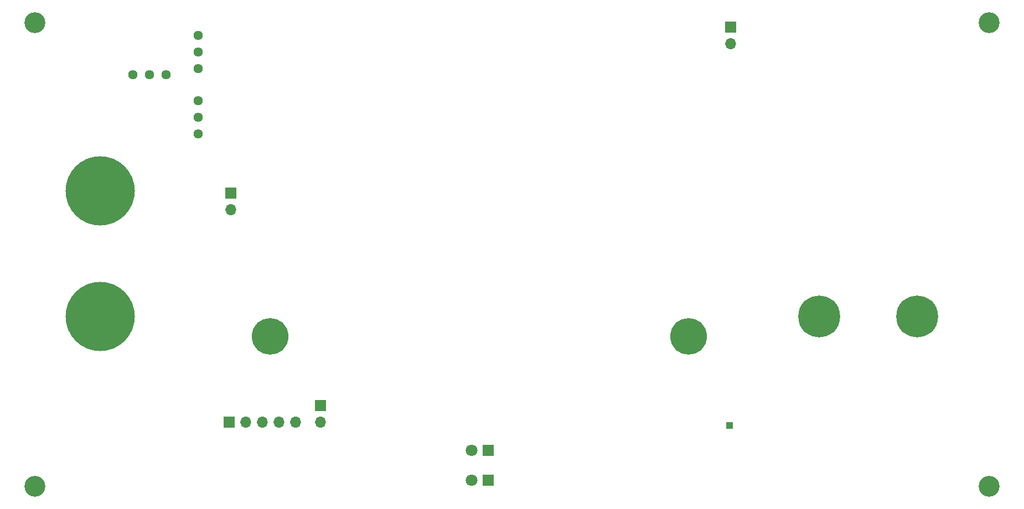
<source format=gts>
G04 #@! TF.GenerationSoftware,KiCad,Pcbnew,(5.1.10-1-10_14)*
G04 #@! TF.CreationDate,2021-10-15T12:17:32-04:00*
G04 #@! TF.ProjectId,Multimeter,4d756c74-696d-4657-9465-722e6b696361,rev?*
G04 #@! TF.SameCoordinates,Original*
G04 #@! TF.FileFunction,Soldermask,Top*
G04 #@! TF.FilePolarity,Negative*
%FSLAX46Y46*%
G04 Gerber Fmt 4.6, Leading zero omitted, Abs format (unit mm)*
G04 Created by KiCad (PCBNEW (5.1.10-1-10_14)) date 2021-10-15 12:17:32*
%MOMM*%
%LPD*%
G01*
G04 APERTURE LIST*
%ADD10C,6.400000*%
%ADD11C,3.200000*%
%ADD12O,1.700000X1.700000*%
%ADD13R,1.700000X1.700000*%
%ADD14C,5.600000*%
%ADD15C,1.800000*%
%ADD16R,1.800000X1.800000*%
%ADD17R,1.000000X1.000000*%
%ADD18C,0.900000*%
%ADD19C,10.600000*%
%ADD20C,1.440000*%
G04 APERTURE END LIST*
D10*
X222000000Y-72000000D03*
D11*
X87000000Y-27000000D03*
X87000000Y-98000000D03*
X233000000Y-98000000D03*
X233000000Y-27000000D03*
D10*
X207000000Y-72000000D03*
D12*
X193458000Y-30244000D03*
D13*
X193458000Y-27704000D03*
D12*
X126910000Y-88156000D03*
X124370000Y-88156000D03*
X121830000Y-88156000D03*
X119290000Y-88156000D03*
D13*
X116750000Y-88156000D03*
D12*
X130720000Y-88156000D03*
D13*
X130720000Y-85616000D03*
D14*
X187000000Y-75000000D03*
X123000000Y-75000000D03*
D12*
X117004000Y-55644000D03*
D13*
X117004000Y-53104000D03*
D15*
X153834000Y-97046000D03*
D16*
X156374000Y-97046000D03*
D17*
X193294000Y-88646000D03*
D15*
X153834000Y-92474000D03*
D16*
X156374000Y-92474000D03*
D18*
X99810749Y-69189251D03*
X97000000Y-68025000D03*
X94189251Y-69189251D03*
X93025000Y-72000000D03*
X94189251Y-74810749D03*
X97000000Y-75975000D03*
X99810749Y-74810749D03*
X100975000Y-72000000D03*
D19*
X97000000Y-72000000D03*
D18*
X99810749Y-49989251D03*
X97000000Y-48825000D03*
X94189251Y-49989251D03*
X93025000Y-52800000D03*
X94189251Y-55610749D03*
X97000000Y-56775000D03*
X99810749Y-55610749D03*
X100975000Y-52800000D03*
D19*
X97000000Y-52800000D03*
D20*
X102000000Y-35000000D03*
X104540000Y-35000000D03*
X107080000Y-35000000D03*
X112000000Y-34080000D03*
X112000000Y-31540000D03*
X112000000Y-29000000D03*
X112000000Y-39000000D03*
X112000000Y-41540000D03*
X112000000Y-44080000D03*
M02*

</source>
